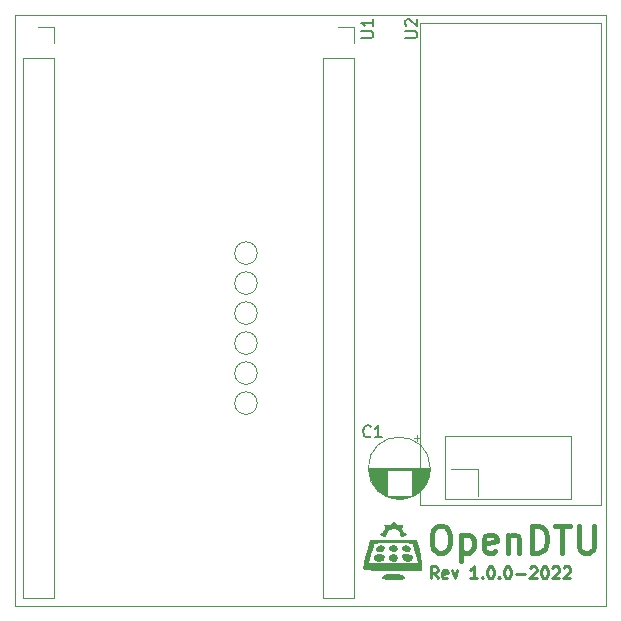
<source format=gbr>
%TF.GenerationSoftware,KiCad,Pcbnew,6.0.7-f9a2dced07~116~ubuntu20.04.1*%
%TF.CreationDate,2022-10-21T17:12:48+02:00*%
%TF.ProjectId,openDTU,6f70656e-4454-4552-9e6b-696361645f70,rev?*%
%TF.SameCoordinates,PX729cd20PY72d18e0*%
%TF.FileFunction,Legend,Top*%
%TF.FilePolarity,Positive*%
%FSLAX46Y46*%
G04 Gerber Fmt 4.6, Leading zero omitted, Abs format (unit mm)*
G04 Created by KiCad (PCBNEW 6.0.7-f9a2dced07~116~ubuntu20.04.1) date 2022-10-21 17:12:48*
%MOMM*%
%LPD*%
G01*
G04 APERTURE LIST*
%TA.AperFunction,Profile*%
%ADD10C,0.100000*%
%TD*%
%ADD11C,0.250000*%
%ADD12C,0.400000*%
%ADD13C,0.150000*%
%ADD14C,0.120000*%
G04 APERTURE END LIST*
D10*
X0Y50000000D02*
X50000000Y50000000D01*
X50000000Y50000000D02*
X50000000Y0D01*
X50000000Y0D02*
X0Y0D01*
X0Y0D02*
X0Y50000000D01*
D11*
X35757423Y2316220D02*
X35424090Y2792410D01*
X35185995Y2316220D02*
X35185995Y3316220D01*
X35566947Y3316220D01*
X35662185Y3268600D01*
X35709804Y3220981D01*
X35757423Y3125743D01*
X35757423Y2982886D01*
X35709804Y2887648D01*
X35662185Y2840029D01*
X35566947Y2792410D01*
X35185995Y2792410D01*
X36566947Y2363839D02*
X36471709Y2316220D01*
X36281233Y2316220D01*
X36185995Y2363839D01*
X36138376Y2459077D01*
X36138376Y2840029D01*
X36185995Y2935267D01*
X36281233Y2982886D01*
X36471709Y2982886D01*
X36566947Y2935267D01*
X36614566Y2840029D01*
X36614566Y2744791D01*
X36138376Y2649553D01*
X36947900Y2982886D02*
X37185995Y2316220D01*
X37424090Y2982886D01*
X39090757Y2316220D02*
X38519328Y2316220D01*
X38805042Y2316220D02*
X38805042Y3316220D01*
X38709804Y3173362D01*
X38614566Y3078124D01*
X38519328Y3030505D01*
X39519328Y2411458D02*
X39566947Y2363839D01*
X39519328Y2316220D01*
X39471709Y2363839D01*
X39519328Y2411458D01*
X39519328Y2316220D01*
X40185995Y3316220D02*
X40281233Y3316220D01*
X40376471Y3268600D01*
X40424090Y3220981D01*
X40471709Y3125743D01*
X40519328Y2935267D01*
X40519328Y2697172D01*
X40471709Y2506696D01*
X40424090Y2411458D01*
X40376471Y2363839D01*
X40281233Y2316220D01*
X40185995Y2316220D01*
X40090757Y2363839D01*
X40043138Y2411458D01*
X39995519Y2506696D01*
X39947900Y2697172D01*
X39947900Y2935267D01*
X39995519Y3125743D01*
X40043138Y3220981D01*
X40090757Y3268600D01*
X40185995Y3316220D01*
X40947900Y2411458D02*
X40995519Y2363839D01*
X40947900Y2316220D01*
X40900280Y2363839D01*
X40947900Y2411458D01*
X40947900Y2316220D01*
X41614566Y3316220D02*
X41709804Y3316220D01*
X41805042Y3268600D01*
X41852661Y3220981D01*
X41900280Y3125743D01*
X41947900Y2935267D01*
X41947900Y2697172D01*
X41900280Y2506696D01*
X41852661Y2411458D01*
X41805042Y2363839D01*
X41709804Y2316220D01*
X41614566Y2316220D01*
X41519328Y2363839D01*
X41471709Y2411458D01*
X41424090Y2506696D01*
X41376471Y2697172D01*
X41376471Y2935267D01*
X41424090Y3125743D01*
X41471709Y3220981D01*
X41519328Y3268600D01*
X41614566Y3316220D01*
X42376471Y2697172D02*
X43138376Y2697172D01*
X43566947Y3220981D02*
X43614566Y3268600D01*
X43709804Y3316220D01*
X43947900Y3316220D01*
X44043138Y3268600D01*
X44090757Y3220981D01*
X44138376Y3125743D01*
X44138376Y3030505D01*
X44090757Y2887648D01*
X43519328Y2316220D01*
X44138376Y2316220D01*
X44757423Y3316220D02*
X44852661Y3316220D01*
X44947900Y3268600D01*
X44995519Y3220981D01*
X45043138Y3125743D01*
X45090757Y2935267D01*
X45090757Y2697172D01*
X45043138Y2506696D01*
X44995519Y2411458D01*
X44947900Y2363839D01*
X44852661Y2316220D01*
X44757423Y2316220D01*
X44662185Y2363839D01*
X44614566Y2411458D01*
X44566947Y2506696D01*
X44519328Y2697172D01*
X44519328Y2935267D01*
X44566947Y3125743D01*
X44614566Y3220981D01*
X44662185Y3268600D01*
X44757423Y3316220D01*
X45471709Y3220981D02*
X45519328Y3268600D01*
X45614566Y3316220D01*
X45852661Y3316220D01*
X45947900Y3268600D01*
X45995519Y3220981D01*
X46043138Y3125743D01*
X46043138Y3030505D01*
X45995519Y2887648D01*
X45424090Y2316220D01*
X46043138Y2316220D01*
X46424090Y3220981D02*
X46471709Y3268600D01*
X46566947Y3316220D01*
X46805042Y3316220D01*
X46900280Y3268600D01*
X46947900Y3220981D01*
X46995519Y3125743D01*
X46995519Y3030505D01*
X46947900Y2887648D01*
X46376471Y2316220D01*
X46995519Y2316220D01*
D12*
X35806485Y6743943D02*
X36235057Y6743943D01*
X36449342Y6636800D01*
X36663628Y6422515D01*
X36770771Y5993943D01*
X36770771Y5243943D01*
X36663628Y4815372D01*
X36449342Y4601086D01*
X36235057Y4493943D01*
X35806485Y4493943D01*
X35592200Y4601086D01*
X35377914Y4815372D01*
X35270771Y5243943D01*
X35270771Y5993943D01*
X35377914Y6422515D01*
X35592200Y6636800D01*
X35806485Y6743943D01*
X37735057Y5993943D02*
X37735057Y3743943D01*
X37735057Y5886800D02*
X37949342Y5993943D01*
X38377914Y5993943D01*
X38592200Y5886800D01*
X38699342Y5779658D01*
X38806485Y5565372D01*
X38806485Y4922515D01*
X38699342Y4708229D01*
X38592200Y4601086D01*
X38377914Y4493943D01*
X37949342Y4493943D01*
X37735057Y4601086D01*
X40627914Y4601086D02*
X40413628Y4493943D01*
X39985057Y4493943D01*
X39770771Y4601086D01*
X39663628Y4815372D01*
X39663628Y5672515D01*
X39770771Y5886800D01*
X39985057Y5993943D01*
X40413628Y5993943D01*
X40627914Y5886800D01*
X40735057Y5672515D01*
X40735057Y5458229D01*
X39663628Y5243943D01*
X41699342Y5993943D02*
X41699342Y4493943D01*
X41699342Y5779658D02*
X41806485Y5886800D01*
X42020771Y5993943D01*
X42342200Y5993943D01*
X42556485Y5886800D01*
X42663628Y5672515D01*
X42663628Y4493943D01*
X43735057Y4493943D02*
X43735057Y6743943D01*
X44270771Y6743943D01*
X44592200Y6636800D01*
X44806485Y6422515D01*
X44913628Y6208229D01*
X45020771Y5779658D01*
X45020771Y5458229D01*
X44913628Y5029658D01*
X44806485Y4815372D01*
X44592200Y4601086D01*
X44270771Y4493943D01*
X43735057Y4493943D01*
X45663628Y6743943D02*
X46949342Y6743943D01*
X46306485Y4493943D02*
X46306485Y6743943D01*
X47699342Y6743943D02*
X47699342Y4922515D01*
X47806485Y4708229D01*
X47913628Y4601086D01*
X48127914Y4493943D01*
X48556485Y4493943D01*
X48770771Y4601086D01*
X48877914Y4708229D01*
X48985057Y4922515D01*
X48985057Y6743943D01*
D13*
%TO.C,U1*%
X29284780Y48056896D02*
X30094304Y48056896D01*
X30189542Y48104515D01*
X30237161Y48152134D01*
X30284780Y48247372D01*
X30284780Y48437848D01*
X30237161Y48533086D01*
X30189542Y48580705D01*
X30094304Y48628324D01*
X29284780Y48628324D01*
X30284780Y49628324D02*
X30284780Y49056896D01*
X30284780Y49342610D02*
X29284780Y49342610D01*
X29427638Y49247372D01*
X29522876Y49152134D01*
X29570495Y49056896D01*
%TO.C,C1*%
X30072133Y14349458D02*
X30024514Y14301839D01*
X29881657Y14254220D01*
X29786419Y14254220D01*
X29643561Y14301839D01*
X29548323Y14397077D01*
X29500704Y14492315D01*
X29453085Y14682791D01*
X29453085Y14825648D01*
X29500704Y15016124D01*
X29548323Y15111362D01*
X29643561Y15206600D01*
X29786419Y15254220D01*
X29881657Y15254220D01*
X30024514Y15206600D01*
X30072133Y15158981D01*
X31024514Y14254220D02*
X30453085Y14254220D01*
X30738800Y14254220D02*
X30738800Y15254220D01*
X30643561Y15111362D01*
X30548323Y15016124D01*
X30453085Y14968505D01*
%TO.C,U2*%
X33018580Y48082296D02*
X33828104Y48082296D01*
X33923342Y48129915D01*
X33970961Y48177534D01*
X34018580Y48272772D01*
X34018580Y48463248D01*
X33970961Y48558486D01*
X33923342Y48606105D01*
X33828104Y48653724D01*
X33018580Y48653724D01*
X33113819Y49082296D02*
X33066200Y49129915D01*
X33018580Y49225153D01*
X33018580Y49463248D01*
X33066200Y49558486D01*
X33113819Y49606105D01*
X33209057Y49653724D01*
X33304295Y49653724D01*
X33447152Y49606105D01*
X34018580Y49034677D01*
X34018580Y49653724D01*
D14*
%TO.C,TP6*%
X20470000Y17145000D02*
G75*
G03*
X20470000Y17145000I-950000J0D01*
G01*
%TO.C,TP5*%
X20470000Y19685000D02*
G75*
G03*
X20470000Y19685000I-950000J0D01*
G01*
%TO.C,TP4*%
X20470000Y22225000D02*
G75*
G03*
X20470000Y22225000I-950000J0D01*
G01*
%TO.C,TP3*%
X20470000Y24765000D02*
G75*
G03*
X20470000Y24765000I-950000J0D01*
G01*
%TO.C,TP2*%
X20470000Y27305000D02*
G75*
G03*
X20470000Y27305000I-950000J0D01*
G01*
%TO.C,TP1*%
X20470000Y29845000D02*
G75*
G03*
X20470000Y29845000I-950000J0D01*
G01*
%TO.C,U1*%
X28669000Y46387000D02*
X28669000Y607000D01*
X3269000Y46387000D02*
X3269000Y607000D01*
X609000Y46387000D02*
X609000Y607000D01*
X26009000Y46387000D02*
X26009000Y607000D01*
X1939000Y48987000D02*
X3269000Y48987000D01*
X26009000Y46387000D02*
X28669000Y46387000D01*
X27339000Y48987000D02*
X28669000Y48987000D01*
X26009000Y607000D02*
X28669000Y607000D01*
X609000Y46387000D02*
X3269000Y46387000D01*
X3269000Y48987000D02*
X3269000Y47657000D01*
X28669000Y48987000D02*
X28669000Y47657000D01*
X609000Y607000D02*
X3269000Y607000D01*
%TO.C,G\u002A\u002A\u002A*%
G36*
X33539218Y4310741D02*
G01*
X33660439Y4127386D01*
X33665292Y4046439D01*
X33545693Y3813427D01*
X33274734Y3725457D01*
X32984171Y3792747D01*
X32819721Y3980867D01*
X32741041Y4238620D01*
X32827853Y4341155D01*
X33150928Y4359986D01*
X33194921Y4360019D01*
X33539218Y4310741D01*
G37*
G36*
X31192225Y4325151D02*
G01*
X31274733Y4195909D01*
X31251820Y4112011D01*
X31168804Y3862070D01*
X31156650Y3798430D01*
X31022072Y3749080D01*
X30764675Y3732859D01*
X30457302Y3806353D01*
X30372699Y4046439D01*
X30443530Y4272860D01*
X30710221Y4355421D01*
X30859844Y4360019D01*
X31192225Y4325151D01*
G37*
G36*
X29727870Y4516809D02*
G01*
X30012765Y5535945D01*
X34036776Y5535945D01*
X34239985Y4751995D01*
X34362198Y4180852D01*
X34436324Y3642947D01*
X34446218Y3458476D01*
X34449242Y2948908D01*
X31940600Y2948908D01*
X30998721Y2951562D01*
X30325990Y2962768D01*
X29877999Y2987394D01*
X29610337Y3030309D01*
X29478596Y3096380D01*
X29438366Y3190476D01*
X29437467Y3223291D01*
X29481047Y3510037D01*
X29495971Y3576069D01*
X29917328Y3576069D01*
X34120663Y3576069D01*
X33894675Y4320822D01*
X33763178Y4775113D01*
X33680835Y5099808D01*
X33666989Y5183167D01*
X33522685Y5233963D01*
X33144068Y5270115D01*
X32610062Y5291623D01*
X31999592Y5298489D01*
X31391582Y5290710D01*
X30864957Y5268289D01*
X30498642Y5231224D01*
X30371002Y5183167D01*
X30327763Y4975661D01*
X30219547Y4578622D01*
X30143316Y4320822D01*
X29917328Y3576069D01*
X29495971Y3576069D01*
X29589482Y3989829D01*
X29727870Y4516809D01*
G37*
G36*
X32326368Y4286525D02*
G01*
X32410971Y4046439D01*
X32319103Y3800541D01*
X32018996Y3732859D01*
X31711623Y3806353D01*
X31627020Y4046439D01*
X31718888Y4292337D01*
X32018996Y4360019D01*
X32326368Y4286525D01*
G37*
G36*
X32402745Y2682572D02*
G01*
X32789705Y2567253D01*
X32998122Y2366703D01*
X33000092Y2360945D01*
X32942914Y2248913D01*
X32654449Y2186230D01*
X32096140Y2165089D01*
X32032061Y2164958D01*
X31478325Y2187596D01*
X31112911Y2248619D01*
X30999860Y2325628D01*
X31135800Y2534189D01*
X31479273Y2664336D01*
X31933762Y2714365D01*
X32402745Y2682572D01*
G37*
G36*
X31237554Y5085424D02*
G01*
X31313439Y4842736D01*
X31313440Y4841295D01*
X31229690Y4590990D01*
X30930125Y4516932D01*
X30909968Y4516809D01*
X30612032Y4574128D01*
X30555917Y4774893D01*
X30558792Y4791192D01*
X30737727Y5028182D01*
X30962264Y5115677D01*
X31237554Y5085424D01*
G37*
G36*
X32326368Y5070476D02*
G01*
X32410971Y4830390D01*
X32319103Y4584492D01*
X32018996Y4516809D01*
X31711623Y4590304D01*
X31627020Y4830390D01*
X31718888Y5076288D01*
X32018996Y5143970D01*
X32326368Y5070476D01*
G37*
G36*
X32138253Y7094331D02*
G01*
X32183809Y6981581D01*
X32389153Y6778605D01*
X32573335Y6792035D01*
X32776520Y6803116D01*
X32780675Y6597375D01*
X32772164Y6563428D01*
X32804678Y6252427D01*
X32955094Y6143191D01*
X33125647Y6033249D01*
X33012080Y5908502D01*
X32724878Y5785387D01*
X32582198Y5922786D01*
X32539468Y6123908D01*
X32428346Y6384045D01*
X32136061Y6473475D01*
X32018996Y6476686D01*
X31664245Y6421053D01*
X31515224Y6211365D01*
X31498523Y6123908D01*
X31406691Y5828491D01*
X31210020Y5809215D01*
X31020246Y5912003D01*
X30900858Y6046966D01*
X31058761Y6189621D01*
X31083666Y6203773D01*
X31280257Y6447656D01*
X31260254Y6624320D01*
X31239081Y6812335D01*
X31438685Y6800137D01*
X31459580Y6793646D01*
X31780741Y6823374D01*
X31918420Y6979382D01*
X32050933Y7175609D01*
X32138253Y7094331D01*
G37*
G36*
X33075727Y5115677D02*
G01*
X33385067Y4982841D01*
X33491154Y4770001D01*
X33384914Y4581055D01*
X33128023Y4516809D01*
X32816789Y4584164D01*
X32724704Y4825084D01*
X32724551Y4841295D01*
X32799800Y5084925D01*
X33074167Y5115899D01*
X33075727Y5115677D01*
G37*
%TO.C,C1*%
X34534400Y10040779D02*
X33539400Y10040779D01*
X34990400Y10961779D02*
X33539400Y10961779D01*
X34648400Y10200779D02*
X33539400Y10200779D01*
X35072400Y11441779D02*
X29926400Y11441779D01*
X31459400Y11121779D02*
X29971400Y11121779D01*
X34224400Y14196554D02*
X33724400Y14196554D01*
X31459400Y10720779D02*
X30085400Y10720779D01*
X31459400Y10360779D02*
X30252400Y10360779D01*
X34847400Y10560779D02*
X33539400Y10560779D01*
X31459400Y10520779D02*
X30170400Y10520779D01*
X31459400Y10000779D02*
X30495400Y10000779D01*
X35079400Y11601779D02*
X29919400Y11601779D01*
X34767400Y10400779D02*
X33539400Y10400779D01*
X31459400Y9600779D02*
X30894400Y9600779D01*
X31459400Y9680779D02*
X30800400Y9680779D01*
X33414400Y9200779D02*
X31584400Y9200779D01*
X35060400Y11321779D02*
X33539400Y11321779D01*
X35079400Y11641779D02*
X29919400Y11641779D01*
X31459400Y10040779D02*
X30464400Y10040779D01*
X33818400Y9400779D02*
X33539400Y9400779D01*
X31459400Y11361779D02*
X29934400Y11361779D01*
X33942400Y9480779D02*
X33539400Y9480779D01*
X35042400Y11201779D02*
X33539400Y11201779D01*
X32783400Y9040779D02*
X32215400Y9040779D01*
X31459400Y11401779D02*
X29930400Y11401779D01*
X33510400Y9240779D02*
X31488400Y9240779D01*
X34809400Y10480779D02*
X33539400Y10480779D01*
X33750400Y9360779D02*
X33539400Y9360779D01*
X33677400Y9320779D02*
X31321400Y9320779D01*
X34363400Y9840779D02*
X33539400Y9840779D01*
X31459400Y10961779D02*
X30008400Y10961779D01*
X31459400Y11041779D02*
X29988400Y11041779D01*
X33304400Y9160779D02*
X31694400Y9160779D01*
X34979400Y10920779D02*
X33539400Y10920779D01*
X34954400Y10840779D02*
X33539400Y10840779D01*
X31459400Y9520779D02*
X30999400Y9520779D01*
X34594400Y10120779D02*
X33539400Y10120779D01*
X34746400Y10360779D02*
X33539400Y10360779D01*
X31459400Y10920779D02*
X30019400Y10920779D01*
X31459400Y10800779D02*
X30057400Y10800779D01*
X33882400Y9440779D02*
X33539400Y9440779D01*
X31459400Y10680779D02*
X30101400Y10680779D01*
X35049400Y11241779D02*
X33539400Y11241779D01*
X31459400Y11201779D02*
X29956400Y11201779D01*
X35064400Y11361779D02*
X33539400Y11361779D01*
X35035400Y11161779D02*
X33539400Y11161779D01*
X31459400Y10080779D02*
X30434400Y10080779D01*
X34104400Y9600779D02*
X33539400Y9600779D01*
X34723400Y10320779D02*
X33539400Y10320779D01*
X33999400Y9520779D02*
X33539400Y9520779D01*
X33597400Y9280779D02*
X31401400Y9280779D01*
X34053400Y9560779D02*
X33539400Y9560779D01*
X34967400Y10880779D02*
X33539400Y10880779D01*
X31459400Y10200779D02*
X30350400Y10200779D01*
X34927400Y10760779D02*
X33539400Y10760779D01*
X34897400Y10680779D02*
X33539400Y10680779D01*
X31459400Y9480779D02*
X31056400Y9480779D01*
X35068400Y11401779D02*
X33539400Y11401779D01*
X34436400Y9920779D02*
X33539400Y9920779D01*
X34503400Y10000779D02*
X33539400Y10000779D01*
X34913400Y10720779D02*
X33539400Y10720779D01*
X31459400Y10640779D02*
X30117400Y10640779D01*
X31459400Y9720779D02*
X30756400Y9720779D01*
X31459400Y11321779D02*
X29938400Y11321779D01*
X34699400Y10280779D02*
X33539400Y10280779D01*
X33017400Y9080779D02*
X31981400Y9080779D01*
X35078400Y11561779D02*
X29920400Y11561779D01*
X31459400Y10400779D02*
X30231400Y10400779D01*
X31459400Y10440779D02*
X30209400Y10440779D01*
X35010400Y11041779D02*
X33539400Y11041779D01*
X31459400Y10320779D02*
X30275400Y10320779D01*
X34284400Y9760779D02*
X33539400Y9760779D01*
X34400400Y9880779D02*
X33539400Y9880779D01*
X31459400Y10760779D02*
X30071400Y10760779D01*
X34242400Y9720779D02*
X33539400Y9720779D01*
X31459400Y9760779D02*
X30714400Y9760779D01*
X31459400Y9440779D02*
X31116400Y9440779D01*
X35000400Y11001779D02*
X33539400Y11001779D01*
X34881400Y10640779D02*
X33539400Y10640779D01*
X31459400Y11161779D02*
X29963400Y11161779D01*
X34564400Y10080779D02*
X33539400Y10080779D01*
X35027400Y11121779D02*
X33539400Y11121779D01*
X31459400Y9360779D02*
X31248400Y9360779D01*
X31459400Y11241779D02*
X29949400Y11241779D01*
X31459400Y10160779D02*
X30377400Y10160779D01*
X34325400Y9800779D02*
X33539400Y9800779D01*
X33176400Y9120779D02*
X31822400Y9120779D01*
X31459400Y11001779D02*
X29998400Y11001779D01*
X31459400Y9400779D02*
X31180400Y9400779D01*
X34789400Y10440779D02*
X33539400Y10440779D01*
X34864400Y10600779D02*
X33539400Y10600779D01*
X31459400Y10600779D02*
X30134400Y10600779D01*
X31459400Y10480779D02*
X30189400Y10480779D01*
X31459400Y10240779D02*
X30324400Y10240779D01*
X34674400Y10240779D02*
X33539400Y10240779D01*
X31459400Y10560779D02*
X30151400Y10560779D01*
X31459400Y11081779D02*
X29979400Y11081779D01*
X31459400Y9840779D02*
X30635400Y9840779D01*
X31459400Y9960779D02*
X30528400Y9960779D01*
X34828400Y10520779D02*
X33539400Y10520779D01*
X31459400Y9920779D02*
X30562400Y9920779D01*
X34152400Y9640779D02*
X33539400Y9640779D01*
X31459400Y9640779D02*
X30846400Y9640779D01*
X31459400Y10840779D02*
X30044400Y10840779D01*
X34941400Y10800779D02*
X33539400Y10800779D01*
X35075400Y11481779D02*
X29923400Y11481779D01*
X31459400Y10880779D02*
X30031400Y10880779D01*
X34470400Y9960779D02*
X33539400Y9960779D01*
X31459400Y11281779D02*
X29943400Y11281779D01*
X31459400Y9880779D02*
X30598400Y9880779D01*
X33974400Y14446554D02*
X33974400Y13946554D01*
X35019400Y11081779D02*
X33539400Y11081779D01*
X31459400Y9560779D02*
X30945400Y9560779D01*
X31459400Y10280779D02*
X30299400Y10280779D01*
X35055400Y11281779D02*
X33539400Y11281779D01*
X35077400Y11521779D02*
X29921400Y11521779D01*
X34198400Y9680779D02*
X33539400Y9680779D01*
X34621400Y10160779D02*
X33539400Y10160779D01*
X31459400Y10120779D02*
X30404400Y10120779D01*
X31459400Y9800779D02*
X30673400Y9800779D01*
X35119400Y11641779D02*
G75*
G03*
X35119400Y11641779I-2620000J0D01*
G01*
%TO.C,U2*%
X36356000Y9049000D02*
X36356000Y9049000D01*
X36864000Y11589000D02*
X39150000Y11589000D01*
X47024000Y9049000D02*
X47024000Y9049000D01*
X36356000Y9049000D02*
X36356000Y14383000D01*
X39150000Y11589000D02*
X39150000Y9303000D01*
X47024000Y14383000D02*
X47024000Y9049000D01*
X39150000Y9303000D02*
X39150000Y9303000D01*
X47024000Y9049000D02*
X36356000Y9049000D01*
X36356000Y14383000D02*
X47024000Y14383000D01*
X34280000Y8541000D02*
X49580000Y8541000D01*
X49580000Y8541000D02*
X49580000Y49341000D01*
X49580000Y49341000D02*
X34280000Y49341000D01*
X34280000Y49341000D02*
X34280000Y8541000D01*
%TD*%
M02*

</source>
